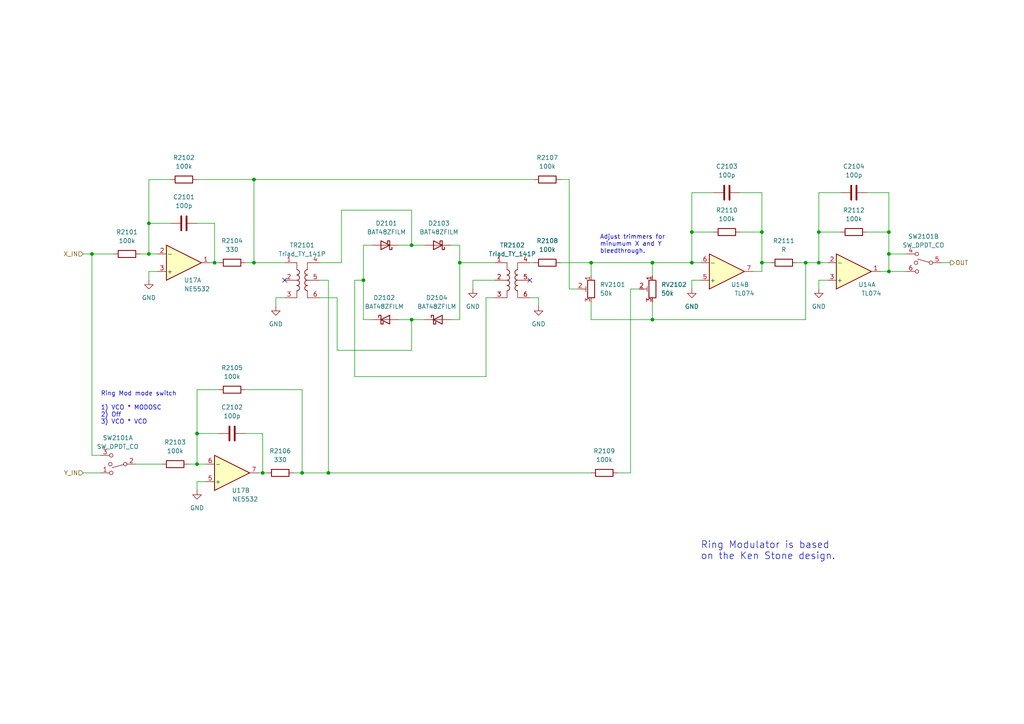
<source format=kicad_sch>
(kicad_sch (version 20211123) (generator eeschema)
  (paper "A4")
  (title_block (title "Josh Ox Ribon Synth Main VCO board") (date "2022-06-18") (rev "0") (comment 2 "creativecommons.org/licences/by/4.0") (comment 3 "license: CC by 4.0") (comment 4 "Author: Jordan Acete"))
  (lib_symbols
    (symbol "Amplifier_Operational:NE5532" (pin_names (offset 0.127))
      (property "Reference" "U" (at 0 5.08 0))
      (property "Value" "NE5532" (at 0 -5.08 0))
      (symbol "NE5532_1_1"
        (polyline (pts (xy -5.08 5.08) (xy 5.08 0) (xy -5.08 -5.08) (xy -5.08 5.08)) (stroke (width 0.254)) (fill (type background)))
        (pin output line (at 7.62 0 180) (length 2.54) (name "~") (number "1"))
        (pin input line (at -7.62 -2.54 0) (length 2.54) (name "-") (number "2"))
        (pin input line (at -7.62 2.54 0) (length 2.54) (name "+") (number "3"))
      )
      (symbol "NE5532_2_1"
        (polyline (pts (xy -5.08 5.08) (xy 5.08 0) (xy -5.08 -5.08) (xy -5.08 5.08)) (stroke (width 0.254)) (fill (type background)))
        (pin input line (at -7.62 2.54 0) (length 2.54) (name "+") (number "5"))
        (pin input line (at -7.62 -2.54 0) (length 2.54) (name "-") (number "6"))
        (pin output line (at 7.62 0 180) (length 2.54) (name "~") (number "7"))
      )
      (symbol "NE5532_3_1"
        (pin power_in line (at -2.54 -7.62 90) (length 3.81) (name "V-") (number "4"))
        (pin power_in line (at -2.54 7.62 270) (length 3.81) (name "V+") (number "8"))
      )
    )
    (symbol "Amplifier_Operational:TL074" (pin_names (offset 0.127))
      (property "Reference" "U" (at 0 5.08 0))
      (property "Value" "TL074" (at 0 -5.08 0))
      (symbol "TL074_1_1"
        (polyline (pts (xy -5.08 5.08) (xy 5.08 0) (xy -5.08 -5.08) (xy -5.08 5.08)) (stroke (width 0.254)) (fill (type background)))
        (pin output line (at 7.62 0 180) (length 2.54) (name "~") (number "1"))
        (pin input line (at -7.62 -2.54 0) (length 2.54) (name "-") (number "2"))
        (pin input line (at -7.62 2.54 0) (length 2.54) (name "+") (number "3"))
      )
      (symbol "TL074_2_1"
        (polyline (pts (xy -5.08 5.08) (xy 5.08 0) (xy -5.08 -5.08) (xy -5.08 5.08)) (stroke (width 0.254)) (fill (type background)))
        (pin input line (at -7.62 2.54 0) (length 2.54) (name "+") (number "5"))
        (pin input line (at -7.62 -2.54 0) (length 2.54) (name "-") (number "6"))
        (pin output line (at 7.62 0 180) (length 2.54) (name "~") (number "7"))
      )
      (symbol "TL074_3_1"
        (polyline (pts (xy -5.08 5.08) (xy 5.08 0) (xy -5.08 -5.08) (xy -5.08 5.08)) (stroke (width 0.254)) (fill (type background)))
        (pin input line (at -7.62 2.54 0) (length 2.54) (name "+") (number "10"))
        (pin output line (at 7.62 0 180) (length 2.54) (name "~") (number "8"))
        (pin input line (at -7.62 -2.54 0) (length 2.54) (name "-") (number "9"))
      )
      (symbol "TL074_4_1"
        (polyline (pts (xy -5.08 5.08) (xy 5.08 0) (xy -5.08 -5.08) (xy -5.08 5.08)) (stroke (width 0.254)) (fill (type background)))
        (pin input line (at -7.62 2.54 0) (length 2.54) (name "+") (number "12"))
        (pin input line (at -7.62 -2.54 0) (length 2.54) (name "-") (number "13"))
        (pin output line (at 7.62 0 180) (length 2.54) (name "~") (number "14"))
      )
      (symbol "TL074_5_1"
        (pin power_in line (at -2.54 -7.62 90) (length 3.81) (name "V-") (number "11"))
        (pin power_in line (at -2.54 7.62 270) (length 3.81) (name "V+") (number "4"))
      )
    )
    (symbol "Device:C" (pin_numbers hide) (pin_names (offset 0.254))
      (property "Reference" "C" (at 0.635 2.54 0))
      (property "Value" "C" (at 0.635 -2.54 0))
      (symbol "C_0_1"
        (polyline (pts (xy -2.032 -0.762) (xy 2.032 -0.762)) (stroke (width 0.508)))
        (polyline (pts (xy -2.032 0.762) (xy 2.032 0.762)) (stroke (width 0.508)))
      )
      (symbol "C_1_1"
        (pin passive line (at 0 3.81 270) (length 2.794) (name "~") (number "1"))
        (pin passive line (at 0 -3.81 90) (length 2.794) (name "~") (number "2"))
      )
    )
    (symbol "Device:R" (pin_numbers hide) (pin_names (offset 0))
      (property "Reference" "R" (at 2.032 0 90))
      (property "Value" "R" (at 0 0 90))
      (symbol "R_0_1"
        (rectangle (start -1.016 -2.54) (end 1.016 2.54) (stroke (width 0.254)))
      )
      (symbol "R_1_1"
        (pin passive line (at 0 3.81 270) (length 1.27) (name "~") (number "1"))
        (pin passive line (at 0 -3.81 90) (length 1.27) (name "~") (number "2"))
      )
    )
    (symbol "Device:R_Potentiometer_Trim" (pin_names (offset 1.016) hide)
      (property "Reference" "RV" (at -4.445 0 90))
      (property "Value" "R_Potentiometer_Trim" (at -2.54 0 90))
      (symbol "R_Potentiometer_Trim_0_1"
        (polyline (pts (xy 1.524 0.762) (xy 1.524 -0.762)))
        (polyline (pts (xy 2.54 0) (xy 1.524 0)))
        (rectangle (start 1.016 2.54) (end -1.016 -2.54) (stroke (width 0.254)))
      )
      (symbol "R_Potentiometer_Trim_1_1"
        (pin passive line (at 0 3.81 270) (length 1.27) (name "1") (number "1"))
        (pin passive line (at 3.81 0 180) (length 1.27) (name "2") (number "2"))
        (pin passive line (at 0 -3.81 90) (length 1.27) (name "3") (number "3"))
      )
    )
    (symbol "Diode:BAT48ZFILM" (pin_numbers hide) (pin_names (offset 1.016) hide)
      (property "Reference" "D" (at 0 2.54 0))
      (property "Value" "BAT48ZFILM" (at 0 -2.54 0))
      (symbol "BAT48ZFILM_0_1"
        (polyline (pts (xy 1.27 0) (xy -1.27 0)))
        (polyline (pts (xy 1.27 1.27) (xy 1.27 -1.27) (xy -1.27 0) (xy 1.27 1.27)) (stroke (width 0.254)))
        (polyline (pts (xy -1.905 0.635) (xy -1.905 1.27) (xy -1.27 1.27) (xy -1.27 -1.27) (xy -0.635 -1.27) (xy -0.635 -0.635)) (stroke (width 0.254)))
      )
      (symbol "BAT48ZFILM_1_1"
        (pin passive line (at -3.81 0 0) (length 2.54) (name "K") (number "1"))
        (pin passive line (at 3.81 0 180) (length 2.54) (name "A") (number "2"))
      )
    )
    (symbol "custom_symbols:SW_DPDT_CO" (pin_names (offset 0) hide)
      (property "Reference" "SW" (at 0 5.08 0))
      (property "Value" "SW_DPDT_CO" (at 0 -5.08 0))
      (symbol "SW_DPDT_CO_0_0"
        (circle (center -2.032 0) (radius 0.508))
        (polyline (pts (xy -1.524 0.127) (xy 1.778 1.016)))
        (circle (center 2.032 -2.54) (radius 0.508))
      )
      (symbol "SW_DPDT_CO_0_1"
        (circle (center 2.032 2.54) (radius 0.508))
        (circle (center 2.286 0) (radius 0.508))
      )
      (symbol "SW_DPDT_CO_1_1"
        (pin passive line (at 5.08 2.54 180) (length 2.54) (name "1") (number "1"))
        (pin passive line (at -5.08 0 0) (length 2.54) (name "2") (number "2"))
        (pin passive line (at 5.08 -2.54 180) (length 2.54) (name "3") (number "3"))
      )
      (symbol "SW_DPDT_CO_2_1"
        (pin passive line (at 5.08 2.54 180) (length 2.54) (name "4") (number "4"))
        (pin passive line (at -5.08 0 0) (length 2.54) (name "5") (number "5"))
        (pin passive line (at 5.08 -2.54 180) (length 2.54) (name "6") (number "6"))
      )
    )
    (symbol "custom_symbols:Triad_TY_141P" (pin_names hide)
      (property "Reference" "TR?" (at 0 10.16 0))
      (property "Value" "Triad_TY_141P" (at 0 7.62 0))
      (symbol "Triad_TY_141P_0_1"
        (arc (start -1.524 -3.048) (mid -0.762 -2.286) (end -1.524 -1.524) (stroke (width 0.2032)))
        (arc (start -1.524 -1.524) (mid -0.762 -0.762) (end -1.524 0) (stroke (width 0.2032)))
        (arc (start -1.524 0) (mid -0.762 0.762) (end -1.524 1.524) (stroke (width 0.2032)))
        (arc (start -1.524 1.524) (mid -0.762 2.286) (end -1.524 3.048) (stroke (width 0.2032)))
        (polyline (pts (xy -2.54 0) (xy -1.27 0)))
        (polyline (pts (xy 2.54 0) (xy 1.27 0)) (stroke (width 0.1524)))
        (polyline (pts (xy -2.54 5.08) (xy -1.524 5.08) (xy -1.524 3.048)) (stroke (width 0.1524)))
        (polyline (pts (xy -1.524 -3.048) (xy -1.524 -5.08) (xy -2.54 -5.08)) (stroke (width 0.1524)))
        (polyline (pts (xy 1.524 3.048) (xy 1.524 5.08) (xy 2.54 5.08)) (stroke (width 0.1524)))
        (polyline (pts (xy 2.54 -5.08) (xy 1.524 -5.08) (xy 1.524 -3.048)) (stroke (width 0.1524)))
        (arc (start 1.524 -1.524) (mid 0.762 -2.286) (end 1.524 -3.048) (stroke (width 0.2032)))
        (arc (start 1.524 0) (mid 0.762 -0.762) (end 1.524 -1.524) (stroke (width 0.2032)))
        (arc (start 1.524 1.524) (mid 0.762 0.762) (end 1.524 0) (stroke (width 0.2032)))
        (arc (start 1.524 3.048) (mid 0.762 2.286) (end 1.524 1.524) (stroke (width 0.2032)))
      )
      (symbol "Triad_TY_141P_1_1"
        (pin passive line (at -5.08 5.08 0) (length 2.54) (name "~") (number "1"))
        (pin passive line (at -5.08 0 0) (length 2.54) (name "~") (number "2"))
        (pin passive line (at -5.08 -5.08 0) (length 2.54) (name "~") (number "3"))
        (pin passive line (at 5.08 5.08 180) (length 2.54) (name "~") (number "4"))
        (pin passive line (at 5.08 0 180) (length 2.54) (name "~") (number "5"))
        (pin passive line (at 5.08 -5.08 180) (length 2.54) (name "~") (number "6"))
      )
    )
    (symbol "power:GND" (power) (pin_names (offset 0))
      (property "Value" "GND" (at 0 -3.81 0))
      (symbol "GND_0_1"
        (polyline (pts (xy 0 0) (xy 0 -1.27) (xy 1.27 -1.27) (xy 0 -2.54) (xy -1.27 -1.27) (xy 0 -1.27)))
      )
      (symbol "GND_1_1"
        (pin power_in line (at 0 0 270) (length 0) hide (name "GND") (number "1"))
      )
    )
  )
  (junction (at 43.18 64.77))
  (junction (at 119.38 71.12))
  (junction (at 237.49 76.2))
  (junction (at 26.67 73.66))
  (junction (at 87.63 137.16))
  (junction (at 171.45 76.2))
  (junction (at 200.66 76.2))
  (junction (at 76.2 137.16))
  (junction (at 57.15 134.62))
  (junction (at 257.81 67.31))
  (junction (at 57.15 125.73))
  (junction (at 95.25 137.16))
  (junction (at 220.98 76.2))
  (junction (at 62.23 76.2))
  (junction (at 105.41 81.28))
  (junction (at 237.49 67.31))
  (junction (at 189.23 92.71))
  (junction (at 189.23 76.2))
  (junction (at 257.81 78.74))
  (junction (at 119.38 92.71))
  (junction (at 133.35 76.2))
  (junction (at 233.68 76.2))
  (junction (at 257.81 73.66))
  (junction (at 73.66 52.07))
  (junction (at 43.18 73.66))
  (junction (at 73.66 76.2))
  (junction (at 200.66 67.31))
  (junction (at 220.98 67.31))
  (no_connect (at 82.55 81.28))
  (no_connect (at 153.67 81.28))
  (wire (pts (xy 54.61 134.62) (xy 57.15 134.62)))
  (wire (pts (xy 220.98 67.31) (xy 220.98 55.88)))
  (wire (pts (xy 237.49 67.31) (xy 243.84 67.31)))
  (wire (pts (xy 182.88 83.82) (xy 182.88 137.16)))
  (wire (pts (xy 257.81 73.66) (xy 262.89 73.66)))
  (wire (pts (xy 189.23 92.71) (xy 189.23 87.63)))
  (wire (pts (xy 255.27 78.74) (xy 257.81 78.74)))
  (wire (pts (xy 43.18 78.74) (xy 45.72 78.74)))
  (wire (pts (xy 133.35 92.71) (xy 130.81 92.71)))
  (wire (pts (xy 165.1 52.07) (xy 162.56 52.07)))
  (wire (pts (xy 257.81 78.74) (xy 262.89 78.74)))
  (wire (pts (xy 97.79 86.36) (xy 92.71 86.36)))
  (wire (pts (xy 171.45 76.2) (xy 189.23 76.2)))
  (wire (pts (xy 240.03 76.2) (xy 237.49 76.2)))
  (wire (pts (xy 133.35 76.2) (xy 133.35 92.71)))
  (wire (pts (xy 119.38 71.12) (xy 119.38 60.96)))
  (wire (pts (xy 220.98 76.2) (xy 223.52 76.2)))
  (wire (pts (xy 76.2 137.16) (xy 77.47 137.16)))
  (wire (pts (xy 119.38 60.96) (xy 99.06 60.96)))
  (wire (pts (xy 257.81 73.66) (xy 257.81 67.31)))
  (wire (pts (xy 119.38 101.6) (xy 97.79 101.6)))
  (wire (pts (xy 165.1 83.82) (xy 165.1 52.07)))
  (wire (pts (xy 105.41 81.28) (xy 105.41 92.71)))
  (wire (pts (xy 105.41 71.12) (xy 105.41 81.28)))
  (wire (pts (xy 251.46 67.31) (xy 257.81 67.31)))
  (wire (pts (xy 153.67 76.2) (xy 154.94 76.2)))
  (wire (pts (xy 99.06 60.96) (xy 99.06 76.2)))
  (wire (pts (xy 257.81 67.31) (xy 257.81 55.88)))
  (wire (pts (xy 95.25 137.16) (xy 171.45 137.16)))
  (wire (pts (xy 200.66 81.28) (xy 203.2 81.28)))
  (wire (pts (xy 231.14 76.2) (xy 233.68 76.2)))
  (wire (pts (xy 162.56 76.2) (xy 171.45 76.2)))
  (wire (pts (xy 119.38 71.12) (xy 123.19 71.12)))
  (wire (pts (xy 74.93 137.16) (xy 76.2 137.16)))
  (wire (pts (xy 92.71 81.28) (xy 95.25 81.28)))
  (wire (pts (xy 189.23 92.71) (xy 233.68 92.71)))
  (wire (pts (xy 140.97 109.22) (xy 140.97 86.36)))
  (wire (pts (xy 45.72 73.66) (xy 43.18 73.66)))
  (wire (pts (xy 43.18 64.77) (xy 49.53 64.77)))
  (wire (pts (xy 57.15 113.03) (xy 63.5 113.03)))
  (wire (pts (xy 115.57 71.12) (xy 119.38 71.12)))
  (wire (pts (xy 43.18 64.77) (xy 43.18 52.07)))
  (wire (pts (xy 133.35 76.2) (xy 143.51 76.2)))
  (wire (pts (xy 171.45 87.63) (xy 171.45 92.71)))
  (wire (pts (xy 137.16 81.28) (xy 143.51 81.28)))
  (wire (pts (xy 185.42 83.82) (xy 182.88 83.82)))
  (wire (pts (xy 200.66 67.31) (xy 200.66 55.88)))
  (wire (pts (xy 233.68 92.71) (xy 233.68 76.2)))
  (wire (pts (xy 200.66 83.82) (xy 200.66 81.28)))
  (wire (pts (xy 237.49 76.2) (xy 237.49 67.31)))
  (wire (pts (xy 71.12 113.03) (xy 87.63 113.03)))
  (wire (pts (xy 220.98 76.2) (xy 220.98 67.31)))
  (wire (pts (xy 105.41 92.71) (xy 107.95 92.71)))
  (wire (pts (xy 119.38 92.71) (xy 123.19 92.71)))
  (wire (pts (xy 59.69 134.62) (xy 57.15 134.62)))
  (wire (pts (xy 24.13 137.16) (xy 29.21 137.16)))
  (wire (pts (xy 57.15 125.73) (xy 63.5 125.73)))
  (wire (pts (xy 203.2 76.2) (xy 200.66 76.2)))
  (wire (pts (xy 76.2 125.73) (xy 71.12 125.73)))
  (wire (pts (xy 57.15 52.07) (xy 73.66 52.07)))
  (wire (pts (xy 39.37 134.62) (xy 46.99 134.62)))
  (wire (pts (xy 237.49 81.28) (xy 240.03 81.28)))
  (wire (pts (xy 119.38 92.71) (xy 119.38 101.6)))
  (wire (pts (xy 189.23 76.2) (xy 189.23 80.01)))
  (wire (pts (xy 60.96 76.2) (xy 62.23 76.2)))
  (wire (pts (xy 102.87 81.28) (xy 102.87 109.22)))
  (wire (pts (xy 200.66 67.31) (xy 207.01 67.31)))
  (wire (pts (xy 76.2 137.16) (xy 76.2 125.73)))
  (wire (pts (xy 43.18 73.66) (xy 43.18 64.77)))
  (wire (pts (xy 218.44 78.74) (xy 220.98 78.74)))
  (wire (pts (xy 115.57 92.71) (xy 119.38 92.71)))
  (wire (pts (xy 237.49 83.82) (xy 237.49 81.28)))
  (wire (pts (xy 95.25 81.28) (xy 95.25 137.16)))
  (wire (pts (xy 97.79 101.6) (xy 97.79 86.36)))
  (wire (pts (xy 156.21 88.9) (xy 156.21 86.36)))
  (wire (pts (xy 200.66 76.2) (xy 200.66 67.31)))
  (wire (pts (xy 273.05 76.2) (xy 275.59 76.2)))
  (wire (pts (xy 107.95 71.12) (xy 105.41 71.12)))
  (wire (pts (xy 73.66 52.07) (xy 154.94 52.07)))
  (wire (pts (xy 156.21 86.36) (xy 153.67 86.36)))
  (wire (pts (xy 62.23 76.2) (xy 63.5 76.2)))
  (wire (pts (xy 200.66 55.88) (xy 207.01 55.88)))
  (wire (pts (xy 133.35 71.12) (xy 133.35 76.2)))
  (wire (pts (xy 171.45 92.71) (xy 189.23 92.71)))
  (wire (pts (xy 257.81 55.88) (xy 251.46 55.88)))
  (wire (pts (xy 237.49 67.31) (xy 237.49 55.88)))
  (wire (pts (xy 26.67 73.66) (xy 26.67 132.08)))
  (wire (pts (xy 80.01 88.9) (xy 80.01 86.36)))
  (wire (pts (xy 57.15 125.73) (xy 57.15 113.03)))
  (wire (pts (xy 182.88 137.16) (xy 179.07 137.16)))
  (wire (pts (xy 237.49 55.88) (xy 243.84 55.88)))
  (wire (pts (xy 40.64 73.66) (xy 43.18 73.66)))
  (wire (pts (xy 137.16 83.82) (xy 137.16 81.28)))
  (wire (pts (xy 80.01 86.36) (xy 82.55 86.36)))
  (wire (pts (xy 171.45 76.2) (xy 171.45 80.01)))
  (wire (pts (xy 257.81 78.74) (xy 257.81 73.66)))
  (wire (pts (xy 87.63 137.16) (xy 95.25 137.16)))
  (wire (pts (xy 57.15 142.24) (xy 57.15 139.7)))
  (wire (pts (xy 220.98 55.88) (xy 214.63 55.88)))
  (wire (pts (xy 62.23 76.2) (xy 62.23 64.77)))
  (wire (pts (xy 26.67 132.08) (xy 29.21 132.08)))
  (wire (pts (xy 167.64 83.82) (xy 165.1 83.82)))
  (wire (pts (xy 220.98 78.74) (xy 220.98 76.2)))
  (wire (pts (xy 214.63 67.31) (xy 220.98 67.31)))
  (wire (pts (xy 24.13 73.66) (xy 26.67 73.66)))
  (wire (pts (xy 233.68 76.2) (xy 237.49 76.2)))
  (wire (pts (xy 73.66 52.07) (xy 73.66 76.2)))
  (wire (pts (xy 26.67 73.66) (xy 33.02 73.66)))
  (wire (pts (xy 99.06 76.2) (xy 92.71 76.2)))
  (wire (pts (xy 87.63 137.16) (xy 87.63 113.03)))
  (wire (pts (xy 57.15 139.7) (xy 59.69 139.7)))
  (wire (pts (xy 102.87 109.22) (xy 140.97 109.22)))
  (wire (pts (xy 43.18 52.07) (xy 49.53 52.07)))
  (wire (pts (xy 43.18 81.28) (xy 43.18 78.74)))
  (wire (pts (xy 73.66 76.2) (xy 82.55 76.2)))
  (wire (pts (xy 130.81 71.12) (xy 133.35 71.12)))
  (wire (pts (xy 57.15 134.62) (xy 57.15 125.73)))
  (wire (pts (xy 71.12 76.2) (xy 73.66 76.2)))
  (wire (pts (xy 85.09 137.16) (xy 87.63 137.16)))
  (wire (pts (xy 189.23 76.2) (xy 200.66 76.2)))
  (wire (pts (xy 62.23 64.77) (xy 57.15 64.77)))
  (wire (pts (xy 140.97 86.36) (xy 143.51 86.36)))
  (wire (pts (xy 102.87 81.28) (xy 105.41 81.28)))
  (text "Ring Mod mode switch\n\n1) VCO * MODOSC\n2) Off\n3) VCO * VCO" (at 29.21 123.19 0) (effects (font (size 1.27 1.27)) (justify left bottom)))
  (text "Ring Modulator is based\non the Ken Stone design." (at 203.2 162.56 0) (effects (font (size 2 2)) (justify left bottom)))
  (text "Adjust trimmers for\nminumum X and Y \nbleedthrough.\n" (at 173.99 73.66 0) (effects (font (size 1.27 1.27)) (justify left bottom)))
  (hierarchical_label "Y_IN" (shape input) (at 24.13 137.16 180))
  (hierarchical_label "OUT" (shape output) (at 275.59 76.2 0))
  (hierarchical_label "X_IN" (shape input) (at 24.13 73.66 180))
  (symbol (lib_id "power:GND") (at 137.16 83.82 0) (unit 1)
    (property "Reference" "#PWR02104" (effects hide))
    (property "Value" "GND" (at 137.16 88.9 0))
  )
  (symbol (lib_id "Diode:BAT48ZFILM") (at 111.76 71.12 180) (unit 1)
    (property "Reference" "D2101" (at 112.0775 64.77 0))
    (property "Value" "BAT48ZFILM" (at 112.0775 67.31 0))
    (property "Footprint" "Diode_SMD:D_SOD-123" (effects hide))
    (property "Datasheet" "www.st.com/resource/en/datasheet/bat48.pdf" (effects hide))
  )
  (symbol (lib_id "power:GND") (at 57.15 142.24 0) (unit 1)
    (property "Reference" "#PWR02102" (effects hide))
    (property "Value" "GND" (at 57.15 147.32 0))
  )
  (symbol (lib_id "Device:R") (at 67.31 76.2 90) (unit 1)
    (property "Reference" "R2104" (at 67.31 69.85 90))
    (property "Value" "330" (at 67.31 72.39 90))
    (property "Footprint" "Resistor_SMD:R_0805_2012Metric" (effects hide))
  )
  (symbol (lib_id "power:GND") (at 156.21 88.9 0) (mirror y) (unit 1)
    (property "Reference" "#PWR02105" (effects hide))
    (property "Value" "GND" (at 156.21 93.98 0))
  )
  (symbol (lib_id "Device:R") (at 158.75 52.07 90) (unit 1)
    (property "Reference" "R2107" (at 158.75 45.72 90))
    (property "Value" "100k" (at 158.75 48.26 90))
    (property "Footprint" "Resistor_SMD:R_0805_2012Metric" (effects hide))
  )
  (symbol (lib_id "Device:R") (at 81.28 137.16 90) (unit 1)
    (property "Reference" "R2106" (at 81.28 130.81 90))
    (property "Value" "330" (at 81.28 133.35 90))
    (property "Footprint" "Resistor_SMD:R_0805_2012Metric" (effects hide))
  )
  (symbol (lib_id "Device:C") (at 247.65 55.88 90) (unit 1)
    (property "Reference" "C2104" (at 247.65 48.26 90))
    (property "Value" "100p" (at 247.65 50.8 90))
    (property "Footprint" "Capacitor_SMD:C_0805_2012Metric" (effects hide))
  )
  (symbol (lib_id "Device:C") (at 67.31 125.73 90) (unit 1)
    (property "Reference" "C2102" (at 67.31 118.11 90))
    (property "Value" "100p" (at 67.31 120.65 90))
    (property "Footprint" "Capacitor_SMD:C_0805_2012Metric" (effects hide))
  )
  (symbol (lib_id "Device:C") (at 53.34 64.77 90) (unit 1)
    (property "Reference" "C2101" (at 53.34 57.15 90))
    (property "Value" "100p" (at 53.34 59.69 90))
    (property "Footprint" "Capacitor_SMD:C_0805_2012Metric" (effects hide))
  )
  (symbol (lib_id "Device:R") (at 67.31 113.03 90) (unit 1)
    (property "Reference" "R2105" (at 67.31 106.68 90))
    (property "Value" "100k" (at 67.31 109.22 90))
    (property "Footprint" "Resistor_SMD:R_0805_2012Metric" (effects hide))
  )
  (symbol (lib_id "Amplifier_Operational:NE5532") (at 53.34 76.2 0) (mirror x) (unit 1)
    (property "Reference" "U17" (at 55.88 81.28 0))
    (property "Value" "NE5532" (at 57.15 83.82 0))
    (property "Footprint" "Package_SO:SOIC-8_3.9x4.9mm_P1.27mm" (effects hide))
    (property "Datasheet" "http://www.ti.com/lit/ds/symlink/ne5532.pdf" (effects hide))
  )
  (symbol (lib_id "Diode:BAT48ZFILM") (at 127 92.71 0) (unit 1)
    (property "Reference" "D2104" (at 126.6825 86.36 0))
    (property "Value" "BAT48ZFILM" (at 126.6825 88.9 0))
    (property "Footprint" "Diode_SMD:D_SOD-123" (effects hide))
    (property "Datasheet" "www.st.com/resource/en/datasheet/bat48.pdf" (effects hide))
  )
  (symbol (lib_id "power:GND") (at 80.01 88.9 0) (unit 1)
    (property "Reference" "#PWR02103" (effects hide))
    (property "Value" "GND" (at 80.01 93.98 0))
  )
  (symbol (lib_id "power:GND") (at 200.66 83.82 0) (unit 1)
    (property "Reference" "#PWR02106" (effects hide))
    (property "Value" "GND" (at 200.66 88.9 0))
  )
  (symbol (lib_id "power:GND") (at 237.49 83.82 0) (unit 1)
    (property "Reference" "#PWR02107" (effects hide))
    (property "Value" "GND" (at 237.49 88.9 0))
  )
  (symbol (lib_id "Device:R_Potentiometer_Trim") (at 171.45 83.82 0) (mirror y) (unit 1)
    (property "Reference" "RV2101" (at 173.99 82.5499 0) (effects (justify right)))
    (property "Value" "50k" (at 173.99 85.0899 0) (effects (justify right)))
    (property "Footprint" "Potentiometer_THT:Potentiometer_Bourns_3296W_Vertical" (effects hide))
  )
  (symbol (lib_id "custom_symbols:SW_DPDT_CO") (at 34.29 134.62 180) (unit 1)
    (property "Reference" "SW2101" (at 34.163 127 0))
    (property "Value" "SW_DPDT_CO" (at 34.163 129.54 0))
    (property "Footprint" "custom_footprints:DPDT_mini_toggle" (effects hide))
  )
  (symbol (lib_id "Diode:BAT48ZFILM") (at 111.76 92.71 0) (unit 1)
    (property "Reference" "D2102" (at 111.4425 86.36 0))
    (property "Value" "BAT48ZFILM" (at 111.4425 88.9 0))
    (property "Footprint" "Diode_SMD:D_SOD-123" (effects hide))
    (property "Datasheet" "www.st.com/resource/en/datasheet/bat48.pdf" (effects hide))
  )
  (symbol (lib_id "Amplifier_Operational:TL074") (at 247.65 78.74 0) (mirror x) (unit 1)
    (property "Reference" "U14" (at 251.46 82.55 0))
    (property "Value" "TL074" (at 252.73 85.09 0))
    (property "Footprint" "Package_SO:SOIC-14_3.9x8.7mm_P1.27mm" (effects hide))
    (property "Datasheet" "http://www.ti.com/lit/ds/symlink/tl071.pdf" (effects hide))
  )
  (symbol (lib_id "Device:R") (at 36.83 73.66 90) (unit 1)
    (property "Reference" "R2101" (at 36.83 67.31 90))
    (property "Value" "100k" (at 36.83 69.85 90))
    (property "Footprint" "Resistor_SMD:R_0805_2012Metric" (effects hide))
  )
  (symbol (lib_id "custom_symbols:Triad_TY_141P") (at 87.63 81.28 0) (unit 1)
    (property "Reference" "TR2101" (at 87.63 71.12 0))
    (property "Value" "Triad_TY_141P" (at 87.63 73.66 0))
    (property "Footprint" "custom_footprints:Triad_TY-141P" (effects hide))
    (property "Datasheet" "https://catalog.triadmagnetics.com/Asset/TY-141P.pdf" (effects hide))
  )
  (symbol (lib_id "Device:R") (at 53.34 52.07 90) (unit 1)
    (property "Reference" "R2102" (at 53.34 45.72 90))
    (property "Value" "100k" (at 53.34 48.26 90))
    (property "Footprint" "Resistor_SMD:R_0805_2012Metric" (effects hide))
  )
  (symbol (lib_id "Diode:BAT48ZFILM") (at 127 71.12 180) (unit 1)
    (property "Reference" "D2103" (at 127.3175 64.77 0))
    (property "Value" "BAT48ZFILM" (at 127.3175 67.31 0))
    (property "Footprint" "Diode_SMD:D_SOD-123" (effects hide))
    (property "Datasheet" "www.st.com/resource/en/datasheet/bat48.pdf" (effects hide))
  )
  (symbol (lib_id "Device:C") (at 210.82 55.88 90) (unit 1)
    (property "Reference" "C2103" (at 210.82 48.26 90))
    (property "Value" "100p" (at 210.82 50.8 90))
    (property "Footprint" "Capacitor_SMD:C_0805_2012Metric" (effects hide))
  )
  (symbol (lib_id "Device:R") (at 158.75 76.2 90) (unit 1)
    (property "Reference" "R2108" (at 158.75 69.85 90))
    (property "Value" "100k" (at 158.75 72.39 90))
    (property "Footprint" "Resistor_SMD:R_0805_2012Metric" (effects hide))
  )
  (symbol (lib_id "Device:R") (at 175.26 137.16 90) (unit 1)
    (property "Reference" "R2109" (at 175.26 130.81 90))
    (property "Value" "100k" (at 175.26 133.35 90))
    (property "Footprint" "Resistor_SMD:R_0805_2012Metric" (effects hide))
  )
  (symbol (lib_id "Amplifier_Operational:TL074") (at 210.82 78.74 0) (mirror x) (unit 2)
    (property "Reference" "U14" (at 214.63 82.55 0))
    (property "Value" "TL074" (at 215.9 85.09 0))
    (property "Footprint" "Package_SO:SOIC-14_3.9x8.7mm_P1.27mm" (effects hide))
    (property "Datasheet" "http://www.ti.com/lit/ds/symlink/tl071.pdf" (effects hide))
  )
  (symbol (lib_id "power:GND") (at 43.18 81.28 0) (unit 1)
    (property "Reference" "#PWR02101" (effects hide))
    (property "Value" "GND" (at 43.18 86.36 0))
  )
  (symbol (lib_id "Device:R") (at 50.8 134.62 90) (unit 1)
    (property "Reference" "R2103" (at 50.8 128.27 90))
    (property "Value" "100k" (at 50.8 130.81 90))
    (property "Footprint" "Resistor_SMD:R_0805_2012Metric" (effects hide))
  )
  (symbol (lib_id "Amplifier_Operational:NE5532") (at 67.31 137.16 0) (mirror x) (unit 2)
    (property "Reference" "U17" (at 69.85 142.24 0))
    (property "Value" "NE5532" (at 71.12 144.78 0))
    (property "Footprint" "Package_SO:SOIC-8_3.9x4.9mm_P1.27mm" (effects hide))
    (property "Datasheet" "http://www.ti.com/lit/ds/symlink/ne5532.pdf" (effects hide))
  )
  (symbol (lib_id "custom_symbols:Triad_TY_141P") (at 148.59 81.28 0) (unit 1)
    (property "Reference" "TR2102" (at 148.59 71.12 0))
    (property "Value" "Triad_TY_141P" (at 148.59 73.66 0))
    (property "Footprint" "custom_footprints:Triad_TY-141P" (effects hide))
    (property "Datasheet" "https://catalog.triadmagnetics.com/Asset/TY-141P.pdf" (effects hide))
  )
  (symbol (lib_id "Device:R") (at 247.65 67.31 90) (unit 1)
    (property "Reference" "R2112" (at 247.65 60.96 90))
    (property "Value" "100k" (at 247.65 63.5 90))
    (property "Footprint" "Resistor_SMD:R_0805_2012Metric" (effects hide))
  )
  (symbol (lib_id "Device:R_Potentiometer_Trim") (at 189.23 83.82 0) (mirror y) (unit 1)
    (property "Reference" "RV2102" (at 191.77 82.5499 0) (effects (justify right)))
    (property "Value" "50k" (at 191.77 85.0899 0) (effects (justify right)))
    (property "Footprint" "Potentiometer_THT:Potentiometer_Bourns_3296W_Vertical" (effects hide))
  )
  (symbol (lib_id "Device:R") (at 227.33 76.2 90) (unit 1)
    (property "Reference" "R2111" (at 227.33 69.85 90))
    (property "Value" "R" (at 227.33 72.39 90))
    (property "Footprint" "Resistor_SMD:R_0805_2012Metric" (effects hide))
  )
  (symbol (lib_id "Device:R") (at 210.82 67.31 90) (unit 1)
    (property "Reference" "R2110" (at 210.82 60.96 90))
    (property "Value" "100k" (at 210.82 63.5 90))
    (property "Footprint" "Resistor_SMD:R_0805_2012Metric" (effects hide))
  )
  (symbol (lib_id "custom_symbols:SW_DPDT_CO") (at 267.97 76.2 0) (mirror y) (unit 2)
    (property "Reference" "SW2101" (at 267.843 68.58 0))
    (property "Value" "SW_DPDT_CO" (at 267.843 71.12 0))
    (property "Footprint" "custom_footprints:DPDT_mini_toggle" (effects hide))
  )
)
</source>
